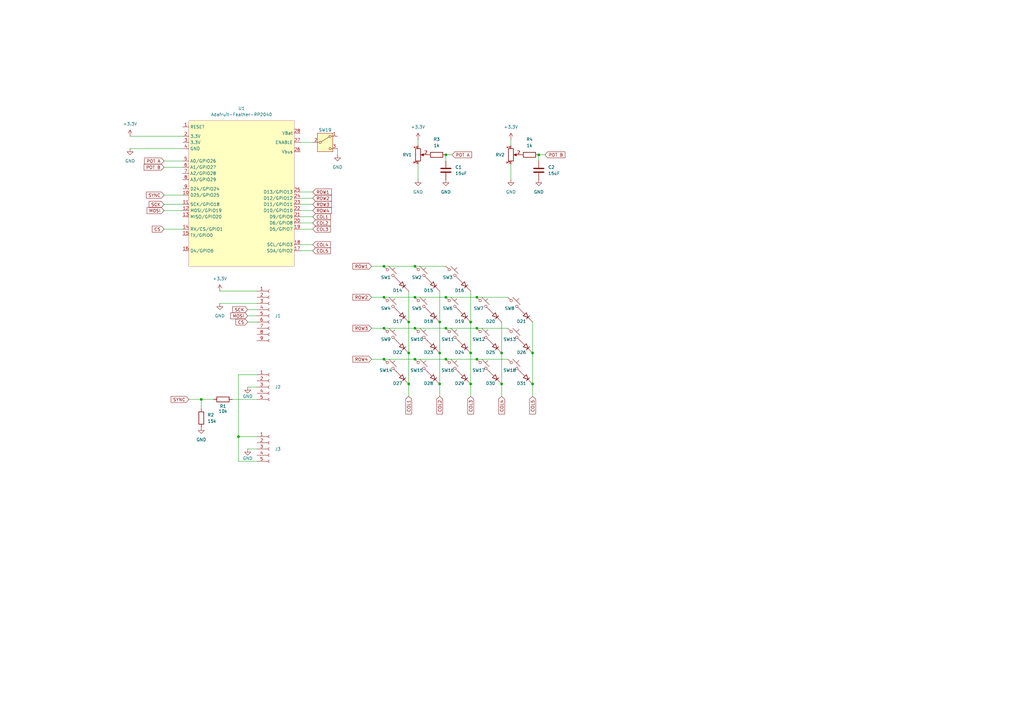
<source format=kicad_sch>
(kicad_sch (version 20250114) (generator "eeschema") (generator_version "9.0")
  (paper "A3")
  (lib_symbols
    (symbol "Adafruit:Adafruit-Feather-RP2040"
      (property "Reference" "U" (at -0.127 33.528 0))
      (property "Value" "Adafruit-Feather-RP2040" (at 0 31.75 0))
      (symbol "Adafruit-Feather-RP2040_0_1"
        (rectangle (start -21.59 30.48) (end 21.59 -29.21) (stroke (width 0.001)) (fill (type background)))
      )
      (symbol "Adafruit-Feather-RP2040_1_1"
        (pin input line (at -24.13 27.94 0) (length 2.54) (name "RESET") (number "1"))
        (pin power_out line (at -24.13 24.13 0) (length 2.54) (name "3.3V") (number "2"))
        (pin power_out line (at -24.13 21.59 0) (length 2.54) (name "3.3V") (number "3"))
        (pin power_out line (at -24.13 19.05 0) (length 2.54) (name "GND") (number "4"))
        (pin bidirectional line (at -24.13 13.97 0) (length 2.54) (name "A0/GPIO26") (number "5"))
        (pin bidirectional line (at -24.13 11.43 0) (length 2.54) (name "A1/GPIO27") (number "6"))
        (pin bidirectional line (at -24.13 8.89 0) (length 2.54) (name "A2/GPIO28") (number "7"))
        (pin bidirectional line (at -24.13 6.35 0) (length 2.54) (name "A3/GPIO29") (number "8"))
        (pin bidirectional line (at -24.13 2.54 0) (length 2.54) (name "D24/GPIO24") (number "9"))
        (pin bidirectional line (at -24.13 0 0) (length 2.54) (name "D25/GPIO25") (number "10"))
        (pin bidirectional line (at -24.13 -3.81 0) (length 2.54) (name "SCK/GPIO18") (number "11"))
        (pin bidirectional line (at -24.13 -6.35 0) (length 2.54) (name "MOSI/GPIO19") (number "12"))
        (pin bidirectional line (at -24.13 -8.89 0) (length 2.54) (name "MISO/GPIO20") (number "13"))
        (pin bidirectional line (at -24.13 -13.97 0) (length 2.54) (name "RX/CS/GPIO1") (number "14"))
        (pin bidirectional line (at -24.13 -16.51 0) (length 2.54) (name "TX/GPIO0") (number "15"))
        (pin bidirectional line (at -24.13 -22.86 0) (length 2.54) (name "D4/GPIO6") (number "16"))
        (pin input line (at 24.13 25.4 180) (length 2.54) (name "VBat") (number "28"))
        (pin input line (at 24.13 21.59 180) (length 2.54) (name "ENABLE") (number "27"))
        (pin power_out line (at 24.13 17.78 180) (length 2.54) (name "Vbus") (number "26"))
        (pin bidirectional line (at 24.13 1.27 180) (length 2.54) (name "D13/GPIO13") (number "25"))
        (pin bidirectional line (at 24.13 -1.27 180) (length 2.54) (name "D12/GPIO12") (number "24"))
        (pin bidirectional line (at 24.13 -3.81 180) (length 2.54) (name "D11/GPIO11") (number "23"))
        (pin bidirectional line (at 24.13 -6.35 180) (length 2.54) (name "D10/GPIO10") (number "22"))
        (pin bidirectional line (at 24.13 -8.89 180) (length 2.54) (name "D9/GPIO9") (number "21"))
        (pin bidirectional line (at 24.13 -11.43 180) (length 2.54) (name "D6/GPIO8") (number "20"))
        (pin bidirectional line (at 24.13 -13.97 180) (length 2.54) (name "D5/GPIO7") (number "19"))
        (pin bidirectional line (at 24.13 -20.32 180) (length 2.54) (name "SCL/GPIO3") (number "18"))
        (pin bidirectional line (at 24.13 -22.86 180) (length 2.54) (name "SDA/GPIO2") (number "17"))
      )
    )
    (symbol "Connector:Conn_01x05_Socket" (pin_names (offset 1.016) (hide yes))
      (property "Reference" "J" (at 0 7.62 0))
      (property "Value" "Conn_01x05_Socket" (at 0 -7.62 0))
      (symbol "Conn_01x05_Socket_1_1"
        (polyline (pts (xy -1.27 5.08) (xy -0.508 5.08)) (stroke (width 0.1524)))
        (polyline (pts (xy -1.27 2.54) (xy -0.508 2.54)) (stroke (width 0.1524)))
        (polyline (pts (xy -1.27 0) (xy -0.508 0)) (stroke (width 0.1524)))
        (polyline (pts (xy -1.27 -2.54) (xy -0.508 -2.54)) (stroke (width 0.1524)))
        (polyline (pts (xy -1.27 -5.08) (xy -0.508 -5.08)) (stroke (width 0.1524)))
        (arc (start 0 4.572) (mid -0.5058 5.08) (end 0 5.588) (stroke (width 0.1524)))
        (arc (start 0 2.032) (mid -0.5058 2.54) (end 0 3.048) (stroke (width 0.1524)))
        (arc (start 0 -0.508) (mid -0.5058 0) (end 0 0.508) (stroke (width 0.1524)))
        (arc (start 0 -3.048) (mid -0.5058 -2.54) (end 0 -2.032) (stroke (width 0.1524)))
        (arc (start 0 -5.588) (mid -0.5058 -5.08) (end 0 -4.572) (stroke (width 0.1524)))
        (pin passive line (at -5.08 5.08 0) (length 3.81) (name "Pin_1") (number "1"))
        (pin passive line (at -5.08 2.54 0) (length 3.81) (name "Pin_2") (number "2"))
        (pin passive line (at -5.08 0 0) (length 3.81) (name "Pin_3") (number "3"))
        (pin passive line (at -5.08 -2.54 0) (length 3.81) (name "Pin_4") (number "4"))
        (pin passive line (at -5.08 -5.08 0) (length 3.81) (name "Pin_5") (number "5"))
      )
    )
    (symbol "Connector:Conn_01x09_Socket" (pin_names (offset 1.016) (hide yes))
      (property "Reference" "J" (at 0 12.7 0))
      (property "Value" "Conn_01x09_Socket" (at 0 -12.7 0))
      (symbol "Conn_01x09_Socket_1_1"
        (polyline (pts (xy -1.27 10.16) (xy -0.508 10.16)) (stroke (width 0.1524)))
        (polyline (pts (xy -1.27 7.62) (xy -0.508 7.62)) (stroke (width 0.1524)))
        (polyline (pts (xy -1.27 5.08) (xy -0.508 5.08)) (stroke (width 0.1524)))
        (polyline (pts (xy -1.27 2.54) (xy -0.508 2.54)) (stroke (width 0.1524)))
        (polyline (pts (xy -1.27 0) (xy -0.508 0)) (stroke (width 0.1524)))
        (polyline (pts (xy -1.27 -2.54) (xy -0.508 -2.54)) (stroke (width 0.1524)))
        (polyline (pts (xy -1.27 -5.08) (xy -0.508 -5.08)) (stroke (width 0.1524)))
        (polyline (pts (xy -1.27 -7.62) (xy -0.508 -7.62)) (stroke (width 0.1524)))
        (polyline (pts (xy -1.27 -10.16) (xy -0.508 -10.16)) (stroke (width 0.1524)))
        (arc (start 0 9.652) (mid -0.5058 10.16) (end 0 10.668) (stroke (width 0.1524)))
        (arc (start 0 7.112) (mid -0.5058 7.62) (end 0 8.128) (stroke (width 0.1524)))
        (arc (start 0 4.572) (mid -0.5058 5.08) (end 0 5.588) (stroke (width 0.1524)))
        (arc (start 0 2.032) (mid -0.5058 2.54) (end 0 3.048) (stroke (width 0.1524)))
        (arc (start 0 -0.508) (mid -0.5058 0) (end 0 0.508) (stroke (width 0.1524)))
        (arc (start 0 -3.048) (mid -0.5058 -2.54) (end 0 -2.032) (stroke (width 0.1524)))
        (arc (start 0 -5.588) (mid -0.5058 -5.08) (end 0 -4.572) (stroke (width 0.1524)))
        (arc (start 0 -8.128) (mid -0.5058 -7.62) (end 0 -7.112) (stroke (width 0.1524)))
        (arc (start 0 -10.668) (mid -0.5058 -10.16) (end 0 -9.652) (stroke (width 0.1524)))
        (pin passive line (at -5.08 10.16 0) (length 3.81) (name "Pin_1") (number "1"))
        (pin passive line (at -5.08 7.62 0) (length 3.81) (name "Pin_2") (number "2"))
        (pin passive line (at -5.08 5.08 0) (length 3.81) (name "Pin_3") (number "3"))
        (pin passive line (at -5.08 2.54 0) (length 3.81) (name "Pin_4") (number "4"))
        (pin passive line (at -5.08 0 0) (length 3.81) (name "Pin_5") (number "5"))
        (pin passive line (at -5.08 -2.54 0) (length 3.81) (name "Pin_6") (number "6"))
        (pin passive line (at -5.08 -5.08 0) (length 3.81) (name "Pin_7") (number "7"))
        (pin passive line (at -5.08 -7.62 0) (length 3.81) (name "Pin_8") (number "8"))
        (pin passive line (at -5.08 -10.16 0) (length 3.81) (name "Pin_9") (number "9"))
      )
    )
    (symbol "Device:C" (pin_numbers (hide yes)) (pin_names (offset 0.254))
      (property "Reference" "C" (at 0.635 2.54 0))
      (property "Value" "C" (at 0.635 -2.54 0))
      (symbol "C_0_1"
        (polyline (pts (xy -2.032 0.762) (xy 2.032 0.762)) (stroke (width 0.508)))
        (polyline (pts (xy -2.032 -0.762) (xy 2.032 -0.762)) (stroke (width 0.508)))
      )
      (symbol "C_1_1"
        (pin passive line (at 0 3.81 270) (length 2.794) (name "~") (number "1"))
        (pin passive line (at 0 -3.81 90) (length 2.794) (name "~") (number "2"))
      )
    )
    (symbol "Device:D_45deg" (pin_numbers (hide yes)) (pin_names (offset 0) (hide yes))
      (property "Reference" "D" (at 1.27 2.54 0))
      (property "Value" "D_45deg" (at 1.27 0 0))
      (symbol "D_45deg_0_1"
        (polyline (pts (xy -1.27 0) (xy 0 1.27) (xy 0.635 -0.635) (xy -1.27 0)) (stroke (width 0.254)))
        (polyline (pts (xy -0.635 0.635) (xy -2.54 2.54)))
        (polyline (pts (xy 0 -1.27) (xy 1.27 0)) (stroke (width 0.254)))
        (polyline (pts (xy 2.54 -2.54) (xy 0.635 -0.635)))
      )
      (symbol "D_45deg_1_1"
        (pin passive line (at -2.54 2.54 0) (length 0) (name "A") (number "2"))
        (pin passive line (at 2.54 -2.54 180) (length 0) (name "K") (number "1"))
      )
    )
    (symbol "Device:R" (pin_numbers (hide yes)) (pin_names (offset 0))
      (property "Reference" "R" (at 2.032 0 90))
      (property "Value" "R" (at 0 0 90))
      (symbol "R_0_1"
        (rectangle (start -1.016 -2.54) (end 1.016 2.54) (stroke (width 0.254)))
      )
      (symbol "R_1_1"
        (pin passive line (at 0 3.81 270) (length 1.27) (name "~") (number "1"))
        (pin passive line (at 0 -3.81 90) (length 1.27) (name "~") (number "2"))
      )
    )
    (symbol "Device:R_Potentiometer" (pin_names (offset 1.016) (hide yes))
      (property "Reference" "RV" (at -4.445 0 90))
      (property "Value" "R_Potentiometer" (at -2.54 0 90))
      (symbol "R_Potentiometer_0_1"
        (rectangle (start 1.016 2.54) (end -1.016 -2.54) (stroke (width 0.254)))
        (polyline (pts (xy 1.143 0) (xy 2.286 0.508) (xy 2.286 -0.508) (xy 1.143 0)) (fill (type outline)))
        (polyline (pts (xy 2.54 0) (xy 1.524 0)))
      )
      (symbol "R_Potentiometer_1_1"
        (pin passive line (at 0 3.81 270) (length 1.27) (name "1") (number "1"))
        (pin passive line (at 0 -3.81 90) (length 1.27) (name "3") (number "3"))
        (pin passive line (at 3.81 0 180) (length 1.27) (name "2") (number "2"))
      )
    )
    (symbol "Switch:SW_Push_45deg" (pin_numbers (hide yes)) (pin_names (offset 1.016) (hide yes))
      (property "Reference" "SW" (at 3.048 1.016 0))
      (property "Value" "SW_Push_45deg" (at 0 -3.81 0))
      (symbol "SW_Push_45deg_0_1"
        (polyline (pts (xy -2.54 2.54) (xy -1.524 1.524) (xy -1.524 1.524)))
        (circle (center -1.1684 1.1684) (radius 0.508))
        (polyline (pts (xy -0.508 2.54) (xy 2.54 -0.508)))
        (polyline (pts (xy 1.016 1.016) (xy 2.032 2.032)))
        (circle (center 1.143 -1.1938) (radius 0.508))
        (polyline (pts (xy 1.524 -1.524) (xy 2.54 -2.54) (xy 2.54 -2.54) (xy 2.54 -2.54)))
        (pin passive line (at -2.54 2.54 0) (length 0) (name "1") (number "1"))
        (pin passive line (at 2.54 -2.54 180) (length 0) (name "2") (number "2"))
      )
    )
    (symbol "Switch:SW_SPDT" (pin_names (offset 0) (hide yes))
      (property "Reference" "SW" (at 0 5.08 0))
      (property "Value" "SW_SPDT" (at 0 -5.08 0))
      (symbol "SW_SPDT_0_1"
        (circle (center -2.032 0) (radius 0.4572))
        (polyline (pts (xy -1.651 0.254) (xy 1.651 2.286)))
        (circle (center 2.032 2.54) (radius 0.4572))
        (circle (center 2.032 -2.54) (radius 0.4572))
      )
      (symbol "SW_SPDT_1_1"
        (rectangle (start -3.175 3.81) (end 3.175 -3.81) (fill (type background)))
        (pin passive line (at -5.08 0 0) (length 2.54) (name "B") (number "2"))
        (pin passive line (at 5.08 2.54 180) (length 2.54) (name "A") (number "1"))
        (pin passive line (at 5.08 -2.54 180) (length 2.54) (name "C") (number "3"))
      )
    )
    (symbol "power:+3.3V" (power) (pin_numbers (hide yes)) (pin_names (offset 0) (hide yes))
      (property "Value" "+3.3V" (at 0 3.556 0))
      (symbol "+3.3V_0_1"
        (polyline (pts (xy -0.762 1.27) (xy 0 2.54)))
        (polyline (pts (xy 0 2.54) (xy 0.762 1.27)))
        (polyline (pts (xy 0 0) (xy 0 2.54)))
      )
      (symbol "+3.3V_1_1"
        (pin power_in line (at 0 0 90) (length 0) (name "~") (number "1"))
      )
    )
    (symbol "power:GND" (power) (pin_numbers (hide yes)) (pin_names (offset 0) (hide yes))
      (property "Value" "GND" (at 0 -3.81 0))
      (symbol "GND_0_1"
        (polyline (pts (xy 0 0) (xy 0 -1.27) (xy 1.27 -1.27) (xy 0 -2.54) (xy -1.27 -1.27) (xy 0 -1.27)))
      )
      (symbol "GND_1_1"
        (pin power_in line (at 0 0 270) (length 0) (name "~") (number "1"))
      )
    )
  )
  (junction (at 182.88 134.62))
  (junction (at 180.34 157.48))
  (junction (at 170.18 147.32))
  (junction (at 205.74 144.78))
  (junction (at 218.44 157.48))
  (junction (at 170.18 121.92))
  (junction (at 180.34 132.08))
  (junction (at 205.74 157.48))
  (junction (at 167.64 157.48))
  (junction (at 193.04 157.48))
  (junction (at 157.48 134.62))
  (junction (at 193.04 144.78))
  (junction (at 170.18 109.22))
  (junction (at 157.48 147.32))
  (junction (at 218.44 144.78))
  (junction (at 182.88 121.92))
  (junction (at 167.64 132.08))
  (junction (at 195.58 147.32))
  (junction (at 193.04 132.08))
  (junction (at 195.58 134.62))
  (junction (at 82.55 163.83))
  (junction (at 182.88 63.5))
  (junction (at 220.98 63.5))
  (junction (at 157.48 121.92))
  (junction (at 182.88 147.32))
  (junction (at 170.18 134.62))
  (junction (at 167.64 144.78))
  (junction (at 157.48 109.22))
  (junction (at 195.58 121.92))
  (junction (at 180.34 144.78))
  (junction (at 97.79 179.07))
  (wire (pts (xy 95.25 163.83) (xy 105.41 163.83)))
  (wire (pts (xy 53.34 55.88) (xy 74.93 55.88)))
  (wire (pts (xy 182.88 121.92) (xy 195.58 121.92)))
  (wire (pts (xy 123.19 88.9) (xy 128.27 88.9)))
  (wire (pts (xy 171.45 57.15) (xy 171.45 59.69)))
  (wire (pts (xy 90.17 119.38) (xy 105.41 119.38)))
  (wire (pts (xy 67.31 80.01) (xy 74.93 80.01)))
  (wire (pts (xy 82.55 163.83) (xy 82.55 167.64)))
  (wire (pts (xy 67.31 66.04) (xy 74.93 66.04)))
  (wire (pts (xy 123.19 102.87) (xy 128.27 102.87)))
  (wire (pts (xy 53.34 60.96) (xy 74.93 60.96)))
  (wire (pts (xy 205.74 144.78) (xy 205.74 157.48)))
  (wire (pts (xy 171.45 67.31) (xy 171.45 73.66)))
  (wire (pts (xy 152.4 134.62) (xy 157.48 134.62)))
  (wire (pts (xy 170.18 134.62) (xy 182.88 134.62)))
  (wire (pts (xy 182.88 63.5) (xy 182.88 66.04)))
  (wire (pts (xy 67.31 93.98) (xy 74.93 93.98)))
  (wire (pts (xy 182.88 134.62) (xy 195.58 134.62)))
  (wire (pts (xy 220.98 63.5) (xy 223.52 63.5)))
  (wire (pts (xy 101.6 127) (xy 105.41 127)))
  (wire (pts (xy 193.04 119.38) (xy 193.04 132.08)))
  (wire (pts (xy 205.74 132.08) (xy 205.74 144.78)))
  (wire (pts (xy 152.4 109.22) (xy 157.48 109.22)))
  (wire (pts (xy 97.79 153.67) (xy 105.41 153.67)))
  (wire (pts (xy 67.31 86.36) (xy 74.93 86.36)))
  (wire (pts (xy 182.88 63.5) (xy 185.42 63.5)))
  (wire (pts (xy 218.44 157.48) (xy 218.44 162.56)))
  (wire (pts (xy 157.48 121.92) (xy 170.18 121.92)))
  (wire (pts (xy 180.34 119.38) (xy 180.34 132.08)))
  (wire (pts (xy 193.04 132.08) (xy 193.04 144.78)))
  (wire (pts (xy 97.79 153.67) (xy 97.79 179.07)))
  (wire (pts (xy 195.58 134.62) (xy 208.28 134.62)))
  (wire (pts (xy 101.6 184.15) (xy 105.41 184.15)))
  (wire (pts (xy 180.34 157.48) (xy 180.34 162.56)))
  (wire (pts (xy 170.18 147.32) (xy 182.88 147.32)))
  (wire (pts (xy 218.44 132.08) (xy 218.44 144.78)))
  (wire (pts (xy 138.43 60.96) (xy 138.43 63.5)))
  (wire (pts (xy 123.19 81.28) (xy 128.27 81.28)))
  (wire (pts (xy 167.64 157.48) (xy 167.64 162.56)))
  (wire (pts (xy 218.44 144.78) (xy 218.44 157.48)))
  (wire (pts (xy 123.19 91.44) (xy 128.27 91.44)))
  (wire (pts (xy 182.88 147.32) (xy 195.58 147.32)))
  (wire (pts (xy 220.98 63.5) (xy 220.98 66.04)))
  (wire (pts (xy 101.6 158.75) (xy 105.41 158.75)))
  (wire (pts (xy 157.48 109.22) (xy 170.18 109.22)))
  (wire (pts (xy 82.55 163.83) (xy 87.63 163.83)))
  (wire (pts (xy 67.31 68.58) (xy 74.93 68.58)))
  (wire (pts (xy 90.17 124.46) (xy 105.41 124.46)))
  (wire (pts (xy 167.64 119.38) (xy 167.64 132.08)))
  (wire (pts (xy 209.55 57.15) (xy 209.55 59.69)))
  (wire (pts (xy 180.34 132.08) (xy 180.34 144.78)))
  (wire (pts (xy 180.34 144.78) (xy 180.34 157.48)))
  (wire (pts (xy 97.79 189.23) (xy 105.41 189.23)))
  (wire (pts (xy 123.19 83.82) (xy 128.27 83.82)))
  (wire (pts (xy 157.48 147.32) (xy 170.18 147.32)))
  (wire (pts (xy 193.04 144.78) (xy 193.04 157.48)))
  (wire (pts (xy 123.19 93.98) (xy 128.27 93.98)))
  (wire (pts (xy 170.18 109.22) (xy 182.88 109.22)))
  (wire (pts (xy 170.18 121.92) (xy 182.88 121.92)))
  (wire (pts (xy 195.58 147.32) (xy 208.28 147.32)))
  (wire (pts (xy 123.19 100.33) (xy 128.27 100.33)))
  (wire (pts (xy 152.4 147.32) (xy 157.48 147.32)))
  (wire (pts (xy 167.64 132.08) (xy 167.64 144.78)))
  (wire (pts (xy 123.19 78.74) (xy 128.27 78.74)))
  (wire (pts (xy 97.79 179.07) (xy 105.41 179.07)))
  (wire (pts (xy 123.19 86.36) (xy 128.27 86.36)))
  (wire (pts (xy 97.79 179.07) (xy 97.79 189.23)))
  (wire (pts (xy 152.4 121.92) (xy 157.48 121.92)))
  (wire (pts (xy 195.58 121.92) (xy 208.28 121.92)))
  (wire (pts (xy 157.48 134.62) (xy 170.18 134.62)))
  (wire (pts (xy 101.6 132.08) (xy 105.41 132.08)))
  (wire (pts (xy 205.74 157.48) (xy 205.74 162.56)))
  (wire (pts (xy 123.19 58.42) (xy 128.27 58.42)))
  (wire (pts (xy 77.47 163.83) (xy 82.55 163.83)))
  (wire (pts (xy 167.64 144.78) (xy 167.64 157.48)))
  (wire (pts (xy 193.04 157.48) (xy 193.04 162.56)))
  (wire (pts (xy 101.6 129.54) (xy 105.41 129.54)))
  (wire (pts (xy 67.31 83.82) (xy 74.93 83.82)))
  (wire (pts (xy 209.55 67.31) (xy 209.55 73.66)))
  (global_label "MOSI" (shape input) (at 67.31 86.36 180) (property "Intersheetrefs" "${INTERSHEET_REFS}" (effects (hide yes))))
  (global_label "ROW2" (shape input) (at 128.27 81.28 0) (property "Intersheetrefs" "${INTERSHEET_REFS}" (effects (hide yes))))
  (global_label "ROW3" (shape input) (at 152.4 134.62 180) (property "Intersheetrefs" "${INTERSHEET_REFS}" (effects (hide yes))))
  (global_label "COL2" (shape input) (at 128.27 91.44 0) (property "Intersheetrefs" "${INTERSHEET_REFS}" (effects (hide yes))))
  (global_label "COL5" (shape input) (at 128.27 102.87 0) (property "Intersheetrefs" "${INTERSHEET_REFS}" (effects (hide yes))))
  (global_label "ROW4" (shape input) (at 152.4 147.32 180) (property "Intersheetrefs" "${INTERSHEET_REFS}" (effects (hide yes))))
  (global_label "COL4" (shape input) (at 205.74 162.56 270) (property "Intersheetrefs" "${INTERSHEET_REFS}" (effects (hide yes))))
  (global_label "POT A" (shape input) (at 185.42 63.5 0) (property "Intersheetrefs" "${INTERSHEET_REFS}" (effects (hide yes))))
  (global_label "CS" (shape input) (at 101.6 132.08 180) (property "Intersheetrefs" "${INTERSHEET_REFS}" (effects (hide yes))))
  (global_label "COL4" (shape input) (at 128.27 100.33 0) (property "Intersheetrefs" "${INTERSHEET_REFS}" (effects (hide yes))))
  (global_label "SCK" (shape input) (at 101.6 127 180) (property "Intersheetrefs" "${INTERSHEET_REFS}" (effects (hide yes))))
  (global_label "POT B" (shape input) (at 223.52 63.5 0) (property "Intersheetrefs" "${INTERSHEET_REFS}" (effects (hide yes))))
  (global_label "ROW2" (shape input) (at 152.4 121.92 180) (property "Intersheetrefs" "${INTERSHEET_REFS}" (effects (hide yes))))
  (global_label "POT B" (shape input) (at 67.31 68.58 180) (property "Intersheetrefs" "${INTERSHEET_REFS}" (effects (hide yes))))
  (global_label "MOSI" (shape input) (at 101.6 129.54 180) (property "Intersheetrefs" "${INTERSHEET_REFS}" (effects (hide yes))))
  (global_label "COL5" (shape input) (at 218.44 162.56 270) (property "Intersheetrefs" "${INTERSHEET_REFS}" (effects (hide yes))))
  (global_label "ROW1" (shape input) (at 128.27 78.74 0) (property "Intersheetrefs" "${INTERSHEET_REFS}" (effects (hide yes))))
  (global_label "COL3" (shape input) (at 128.27 93.98 0) (property "Intersheetrefs" "${INTERSHEET_REFS}" (effects (hide yes))))
  (global_label "SYNC" (shape input) (at 67.31 80.01 180) (property "Intersheetrefs" "${INTERSHEET_REFS}" (effects (hide yes))))
  (global_label "COL1" (shape input) (at 167.64 162.56 270) (property "Intersheetrefs" "${INTERSHEET_REFS}" (effects (hide yes))))
  (global_label "POT A" (shape input) (at 67.31 66.04 180) (property "Intersheetrefs" "${INTERSHEET_REFS}" (effects (hide yes))))
  (global_label "COL3" (shape input) (at 193.04 162.56 270) (property "Intersheetrefs" "${INTERSHEET_REFS}" (effects (hide yes))))
  (global_label "ROW3" (shape input) (at 128.27 83.82 0) (property "Intersheetrefs" "${INTERSHEET_REFS}" (effects (hide yes))))
  (global_label "SCK" (shape input) (at 67.31 83.82 180) (property "Intersheetrefs" "${INTERSHEET_REFS}" (effects (hide yes))))
  (global_label "COL1" (shape input) (at 128.27 88.9 0) (property "Intersheetrefs" "${INTERSHEET_REFS}" (effects (hide yes))))
  (global_label "COL2" (shape input) (at 180.34 162.56 270) (property "Intersheetrefs" "${INTERSHEET_REFS}" (effects (hide yes))))
  (global_label "SYNC" (shape input) (at 77.47 163.83 180) (property "Intersheetrefs" "${INTERSHEET_REFS}" (effects (hide yes))))
  (global_label "ROW1" (shape input) (at 152.4 109.22 180) (property "Intersheetrefs" "${INTERSHEET_REFS}" (effects (hide yes))))
  (global_label "CS" (shape input) (at 67.31 93.98 180) (property "Intersheetrefs" "${INTERSHEET_REFS}" (effects (hide yes))))
  (global_label "ROW4" (shape input) (at 128.27 86.36 0) (property "Intersheetrefs" "${INTERSHEET_REFS}" (effects (hide yes))))
  (symbol (lib_id "Device:D_45deg") (at 190.5 129.54 0) (unit 1)
    (property "Reference" "D19" (at 188.468 131.826 0))
    (property "Value" "D_45deg" (effects (hide yes)))
    (property "Footprint" "Diode_SMD:D_SOD-123" (effects (hide yes)))
    (property "Description" "Diode, rotated by 45°" (effects (hide yes)))
    (property "Sim.Device" "D" (effects (hide yes)))
    (property "Sim.Pins" "1=K 2=A" (effects (hide yes)))
  )
  (symbol (lib_id "power:GND") (at 82.55 175.26 0) (unit 1)
    (property "Reference" "#PWR012" (effects (hide yes)))
    (property "Value" "GND" (at 82.55 180.34 0))
    (property "Description" "Power symbol creates a global label with name \"GND\" , ground" (effects (hide yes)))
  )
  (symbol (lib_id "Connector:Conn_01x09_Socket") (at 110.49 129.54 0) (unit 1)
    (property "Reference" "J1" (at 112.776 129.54 0) (effects (justify left)))
    (property "Value" "Conn_01x05_Socket" (effects (hide yes)))
    (property "Footprint" "Connector_PinHeader_2.54mm:PinHeader_1x09_P2.54mm_Vertical" (effects (hide yes)))
    (property "Description" "Generic connector, single row, 01x09, script generated" (effects (hide yes)))
  )
  (symbol (lib_id "Switch:SW_Push_45deg") (at 172.72 137.16 0) (unit 1)
    (property "Reference" "SW10" (at 170.942 139.192 0))
    (property "Value" "SW_Push_45deg" (effects (hide yes)))
    (property "Footprint" "Ramona Library:TL3301 6mm tactile switch" (effects (hide yes)))
    (property "Description" "Push button switch, normally open, two pins, 45° tilted" (effects (hide yes)))
  )
  (symbol (lib_id "power:GND") (at 182.88 73.66 0) (unit 1)
    (property "Reference" "#PWR016" (effects (hide yes)))
    (property "Value" "GND" (at 182.88 78.74 0))
    (property "Description" "Power symbol creates a global label with name \"GND\" , ground" (effects (hide yes)))
  )
  (symbol (lib_id "power:GND") (at 171.45 73.66 0) (unit 1)
    (property "Reference" "#PWR015" (effects (hide yes)))
    (property "Value" "GND" (at 171.45 78.74 0))
    (property "Description" "Power symbol creates a global label with name \"GND\" , ground" (effects (hide yes)))
  )
  (symbol (lib_id "Switch:SW_Push_45deg") (at 198.12 124.46 0) (unit 1)
    (property "Reference" "SW7" (at 196.342 126.492 0))
    (property "Value" "SW_Push_45deg" (effects (hide yes)))
    (property "Footprint" "Ramona Library:TL3301 6mm tactile switch" (effects (hide yes)))
    (property "Description" "Push button switch, normally open, two pins, 45° tilted" (effects (hide yes)))
  )
  (symbol (lib_id "Switch:SW_Push_45deg") (at 185.42 137.16 0) (unit 1)
    (property "Reference" "SW11" (at 183.642 139.192 0))
    (property "Value" "SW_Push_45deg" (effects (hide yes)))
    (property "Footprint" "Ramona Library:TL3301 6mm tactile switch" (effects (hide yes)))
    (property "Description" "Push button switch, normally open, two pins, 45° tilted" (effects (hide yes)))
  )
  (symbol (lib_id "power:GND") (at 101.6 184.15 0) (unit 1)
    (property "Reference" "#PWR014" (effects (hide yes)))
    (property "Value" "GND" (at 101.6 187.96 0))
    (property "Description" "Power symbol creates a global label with name \"GND\" , ground" (effects (hide yes)))
  )
  (symbol (lib_id "power:GND") (at 53.34 60.96 0) (unit 1)
    (property "Reference" "#PWR02" (effects (hide yes)))
    (property "Value" "GND" (at 53.34 66.04 0))
    (property "Description" "Power symbol creates a global label with name \"GND\" , ground" (effects (hide yes)))
  )
  (symbol (lib_id "Switch:SW_Push_45deg") (at 210.82 137.16 0) (unit 1)
    (property "Reference" "SW13" (at 209.042 139.192 0))
    (property "Value" "SW_Push_45deg" (effects (hide yes)))
    (property "Footprint" "Ramona Library:TL3301 6mm tactile switch" (effects (hide yes)))
    (property "Description" "Push button switch, normally open, two pins, 45° tilted" (effects (hide yes)))
  )
  (symbol (lib_id "Switch:SW_Push_45deg") (at 160.02 137.16 0) (unit 1)
    (property "Reference" "SW9" (at 158.242 139.192 0))
    (property "Value" "SW_Push_45deg" (effects (hide yes)))
    (property "Footprint" "Ramona Library:TL3301 6mm tactile switch" (effects (hide yes)))
    (property "Description" "Push button switch, normally open, two pins, 45° tilted" (effects (hide yes)))
  )
  (symbol (lib_id "power:GND") (at 220.98 73.66 0) (unit 1)
    (property "Reference" "#PWR019" (effects (hide yes)))
    (property "Value" "GND" (at 220.98 78.74 0))
    (property "Description" "Power symbol creates a global label with name \"GND\" , ground" (effects (hide yes)))
  )
  (symbol (lib_id "power:+3.3V") (at 171.45 57.15 0) (unit 1)
    (property "Reference" "#PWR010" (effects (hide yes)))
    (property "Value" "+3.3V" (at 171.45 52.07 0))
    (property "Description" "Power symbol creates a global label with name \"+3.3V\"" (effects (hide yes)))
  )
  (symbol (lib_id "Device:D_45deg") (at 203.2 129.54 0) (unit 1)
    (property "Reference" "D20" (at 201.168 131.826 0))
    (property "Value" "D_45deg" (effects (hide yes)))
    (property "Footprint" "Diode_SMD:D_SOD-123" (effects (hide yes)))
    (property "Description" "Diode, rotated by 45°" (effects (hide yes)))
    (property "Sim.Device" "D" (effects (hide yes)))
    (property "Sim.Pins" "1=K 2=A" (effects (hide yes)))
  )
  (symbol (lib_id "Switch:SW_Push_45deg") (at 172.72 111.76 0) (unit 1)
    (property "Reference" "SW2" (at 170.942 113.792 0))
    (property "Value" "SW_Push_45deg" (effects (hide yes)))
    (property "Footprint" "Ramona Library:TL3301 6mm tactile switch" (effects (hide yes)))
    (property "Description" "Push button switch, normally open, two pins, 45° tilted" (effects (hide yes)))
  )
  (symbol (lib_id "power:GND") (at 209.55 73.66 0) (unit 1)
    (property "Reference" "#PWR018" (effects (hide yes)))
    (property "Value" "GND" (at 209.55 78.74 0))
    (property "Description" "Power symbol creates a global label with name \"GND\" , ground" (effects (hide yes)))
  )
  (symbol (lib_id "Device:R_Potentiometer") (at 209.55 63.5 0) (unit 1)
    (property "Reference" "RV2" (at 207.01 63.5 0) (effects (justify right)))
    (property "Value" "R_Potentiometer" (effects (hide yes)))
    (property "Footprint" "Ramona Library:Adafruit Potentiometer" (effects (hide yes)))
    (property "Description" "Potentiometer" (effects (hide yes)))
  )
  (symbol (lib_id "power:+3.3V") (at 90.17 119.38 0) (unit 1)
    (property "Reference" "#PWR09" (effects (hide yes)))
    (property "Value" "+3.3V" (at 90.17 114.3 0))
    (property "Description" "Power symbol creates a global label with name \"+3.3V\"" (effects (hide yes)))
  )
  (symbol (lib_id "Adafruit:Adafruit-Feather-RP2040") (at 99.06 80.01 0) (unit 1)
    (property "Reference" "U1" (at 99.06 44.45 0))
    (property "Value" "Adafruit-Feather-RP2040" (at 99.06 46.99 0))
    (property "Footprint" "Module:Adafruit_Feather" (effects (hide yes)))
  )
  (symbol (lib_id "power:+3.3V") (at 209.55 57.15 0) (unit 1)
    (property "Reference" "#PWR017" (effects (hide yes)))
    (property "Value" "+3.3V" (at 209.55 52.07 0))
    (property "Description" "Power symbol creates a global label with name \"+3.3V\"" (effects (hide yes)))
  )
  (symbol (lib_id "Switch:SW_Push_45deg") (at 185.42 149.86 0) (unit 1)
    (property "Reference" "SW16" (at 183.642 151.892 0))
    (property "Value" "SW_Push_45deg" (effects (hide yes)))
    (property "Footprint" "Ramona Library:TL3301 6mm tactile switch" (effects (hide yes)))
    (property "Description" "Push button switch, normally open, two pins, 45° tilted" (effects (hide yes)))
  )
  (symbol (lib_id "Switch:SW_Push_45deg") (at 210.82 149.86 0) (unit 1)
    (property "Reference" "SW18" (at 209.042 151.892 0))
    (property "Value" "SW_Push_45deg" (effects (hide yes)))
    (property "Footprint" "Ramona Library:TL3301 6mm tactile switch" (effects (hide yes)))
    (property "Description" "Push button switch, normally open, two pins, 45° tilted" (effects (hide yes)))
  )
  (symbol (lib_id "Device:D_45deg") (at 177.8 129.54 0) (unit 1)
    (property "Reference" "D18" (at 175.768 131.826 0))
    (property "Value" "D_45deg" (effects (hide yes)))
    (property "Footprint" "Diode_SMD:D_SOD-123" (effects (hide yes)))
    (property "Description" "Diode, rotated by 45°" (effects (hide yes)))
    (property "Sim.Device" "D" (effects (hide yes)))
    (property "Sim.Pins" "1=K 2=A" (effects (hide yes)))
  )
  (symbol (lib_id "Connector:Conn_01x05_Socket") (at 110.49 158.75 0) (unit 1)
    (property "Reference" "J2" (at 112.776 158.75 0) (effects (justify left)))
    (property "Value" "Conn_01x05_Socket" (effects (hide yes)))
    (property "Footprint" "Ramona Library:5 pin headphone jack" (effects (hide yes)))
    (property "Description" "Generic connector, single row, 01x05, script generated" (effects (hide yes)))
  )
  (symbol (lib_id "Device:D_45deg") (at 190.5 154.94 0) (unit 1)
    (property "Reference" "D29" (at 188.468 157.226 0))
    (property "Value" "D_45deg" (effects (hide yes)))
    (property "Footprint" "Diode_SMD:D_SOD-123" (effects (hide yes)))
    (property "Description" "Diode, rotated by 45°" (effects (hide yes)))
    (property "Sim.Device" "D" (effects (hide yes)))
    (property "Sim.Pins" "1=K 2=A" (effects (hide yes)))
  )
  (symbol (lib_id "Switch:SW_Push_45deg") (at 185.42 111.76 0) (unit 1)
    (property "Reference" "SW3" (at 183.642 113.792 0))
    (property "Value" "SW_Push_45deg" (effects (hide yes)))
    (property "Footprint" "Ramona Library:TL3301 6mm tactile switch" (effects (hide yes)))
    (property "Description" "Push button switch, normally open, two pins, 45° tilted" (effects (hide yes)))
  )
  (symbol (lib_id "Device:D_45deg") (at 215.9 142.24 0) (unit 1)
    (property "Reference" "D26" (at 213.868 144.526 0))
    (property "Value" "D_45deg" (effects (hide yes)))
    (property "Footprint" "Diode_SMD:D_SOD-123" (effects (hide yes)))
    (property "Description" "Diode, rotated by 45°" (effects (hide yes)))
    (property "Sim.Device" "D" (effects (hide yes)))
    (property "Sim.Pins" "1=K 2=A" (effects (hide yes)))
  )
  (symbol (lib_id "Switch:SW_Push_45deg") (at 160.02 124.46 0) (unit 1)
    (property "Reference" "SW4" (at 158.242 126.492 0))
    (property "Value" "SW_Push_45deg" (effects (hide yes)))
    (property "Footprint" "Ramona Library:TL3301 6mm tactile switch" (effects (hide yes)))
    (property "Description" "Push button switch, normally open, two pins, 45° tilted" (effects (hide yes)))
  )
  (symbol (lib_id "Device:R") (at 217.17 63.5 90) (unit 1)
    (property "Reference" "R4" (at 217.17 57.15 90))
    (property "Value" "1k" (at 217.17 59.69 90))
    (property "Footprint" "Resistor_SMD:R_0402_1005Metric" (effects (hide yes)))
    (property "Description" "Resistor" (effects (hide yes)))
  )
  (symbol (lib_id "Connector:Conn_01x05_Socket") (at 110.49 184.15 0) (unit 1)
    (property "Reference" "J3" (at 112.776 184.15 0) (effects (justify left)))
    (property "Value" "Conn_01x05_Socket" (effects (hide yes)))
    (property "Footprint" "Ramona Library:5 pin headphone jack" (effects (hide yes)))
    (property "Description" "Generic connector, single row, 01x05, script generated" (effects (hide yes)))
  )
  (symbol (lib_id "Device:D_45deg") (at 203.2 154.94 0) (unit 1)
    (property "Reference" "D30" (at 201.168 157.226 0))
    (property "Value" "D_45deg" (effects (hide yes)))
    (property "Footprint" "Diode_SMD:D_SOD-123" (effects (hide yes)))
    (property "Description" "Diode, rotated by 45°" (effects (hide yes)))
    (property "Sim.Device" "D" (effects (hide yes)))
    (property "Sim.Pins" "1=K 2=A" (effects (hide yes)))
  )
  (symbol (lib_id "Device:R") (at 82.55 171.45 180) (unit 1)
    (property "Reference" "R2" (at 85.09 170.1799 0) (effects (justify right)))
    (property "Value" "15k" (at 85.09 172.7199 0) (effects (justify right)))
    (property "Footprint" "Resistor_SMD:R_0402_1005Metric" (effects (hide yes)))
    (property "Description" "Resistor" (effects (hide yes)))
  )
  (symbol (lib_id "Switch:SW_Push_45deg") (at 185.42 124.46 0) (unit 1)
    (property "Reference" "SW6" (at 183.642 126.492 0))
    (property "Value" "SW_Push_45deg" (effects (hide yes)))
    (property "Footprint" "Ramona Library:TL3301 6mm tactile switch" (effects (hide yes)))
    (property "Description" "Push button switch, normally open, two pins, 45° tilted" (effects (hide yes)))
  )
  (symbol (lib_id "Switch:SW_Push_45deg") (at 172.72 124.46 0) (unit 1)
    (property "Reference" "SW5" (at 170.942 126.492 0))
    (property "Value" "SW_Push_45deg" (effects (hide yes)))
    (property "Footprint" "Ramona Library:TL3301 6mm tactile switch" (effects (hide yes)))
    (property "Description" "Push button switch, normally open, two pins, 45° tilted" (effects (hide yes)))
  )
  (symbol (lib_id "Device:D_45deg") (at 177.8 116.84 0) (unit 1)
    (property "Reference" "D15" (at 175.768 119.126 0))
    (property "Value" "D_45deg" (effects (hide yes)))
    (property "Footprint" "Diode_SMD:D_SOD-123" (effects (hide yes)))
    (property "Description" "Diode, rotated by 45°" (effects (hide yes)))
    (property "Sim.Device" "D" (effects (hide yes)))
    (property "Sim.Pins" "1=K 2=A" (effects (hide yes)))
  )
  (symbol (lib_id "Device:R") (at 179.07 63.5 90) (unit 1)
    (property "Reference" "R3" (at 179.07 57.15 90))
    (property "Value" "1k" (at 179.07 59.69 90))
    (property "Footprint" "Resistor_SMD:R_0402_1005Metric" (effects (hide yes)))
    (property "Description" "Resistor" (effects (hide yes)))
  )
  (symbol (lib_id "Device:D_45deg") (at 165.1 116.84 0) (unit 1)
    (property "Reference" "D14" (at 163.068 119.126 0))
    (property "Value" "D_45deg" (effects (hide yes)))
    (property "Footprint" "Diode_SMD:D_SOD-123" (effects (hide yes)))
    (property "Description" "Diode, rotated by 45°" (effects (hide yes)))
    (property "Sim.Device" "D" (effects (hide yes)))
    (property "Sim.Pins" "1=K 2=A" (effects (hide yes)))
  )
  (symbol (lib_id "Device:D_45deg") (at 165.1 129.54 0) (unit 1)
    (property "Reference" "D17" (at 163.068 131.826 0))
    (property "Value" "D_45deg" (effects (hide yes)))
    (property "Footprint" "Diode_SMD:D_SOD-123" (effects (hide yes)))
    (property "Description" "Diode, rotated by 45°" (effects (hide yes)))
    (property "Sim.Device" "D" (effects (hide yes)))
    (property "Sim.Pins" "1=K 2=A" (effects (hide yes)))
  )
  (symbol (lib_id "Device:D_45deg") (at 177.8 154.94 0) (unit 1)
    (property "Reference" "D28" (at 175.768 157.226 0))
    (property "Value" "D_45deg" (effects (hide yes)))
    (property "Footprint" "Diode_SMD:D_SOD-123" (effects (hide yes)))
    (property "Description" "Diode, rotated by 45°" (effects (hide yes)))
    (property "Sim.Device" "D" (effects (hide yes)))
    (property "Sim.Pins" "1=K 2=A" (effects (hide yes)))
  )
  (symbol (lib_id "power:+3.3V") (at 53.34 55.88 0) (unit 1)
    (property "Reference" "#PWR07" (effects (hide yes)))
    (property "Value" "+3.3V" (at 53.34 50.8 0))
    (property "Description" "Power symbol creates a global label with name \"+3.3V\"" (effects (hide yes)))
  )
  (symbol (lib_id "Switch:SW_Push_45deg") (at 160.02 149.86 0) (unit 1)
    (property "Reference" "SW14" (at 158.242 151.892 0))
    (property "Value" "SW_Push_45deg" (effects (hide yes)))
    (property "Footprint" "Ramona Library:TL3301 6mm tactile switch" (effects (hide yes)))
    (property "Description" "Push button switch, normally open, two pins, 45° tilted" (effects (hide yes)))
  )
  (symbol (lib_id "Device:D_45deg") (at 190.5 116.84 0) (unit 1)
    (property "Reference" "D16" (at 188.468 119.126 0))
    (property "Value" "D_45deg" (effects (hide yes)))
    (property "Footprint" "Diode_SMD:D_SOD-123" (effects (hide yes)))
    (property "Description" "Diode, rotated by 45°" (effects (hide yes)))
    (property "Sim.Device" "D" (effects (hide yes)))
    (property "Sim.Pins" "1=K 2=A" (effects (hide yes)))
  )
  (symbol (lib_id "Device:C") (at 182.88 69.85 0) (unit 1)
    (property "Reference" "C1" (at 186.69 68.5799 0) (effects (justify left)))
    (property "Value" "15uF" (at 186.69 71.1199 0) (effects (justify left)))
    (property "Footprint" "Capacitor_SMD:C_0402_1005Metric" (effects (hide yes)))
    (property "Description" "Unpolarized capacitor" (effects (hide yes)))
  )
  (symbol (lib_id "power:GND") (at 90.17 124.46 0) (unit 1)
    (property "Reference" "#PWR08" (effects (hide yes)))
    (property "Value" "GND" (at 90.17 129.54 0))
    (property "Description" "Power symbol creates a global label with name \"GND\" , ground" (effects (hide yes)))
  )
  (symbol (lib_id "Device:D_45deg") (at 215.9 129.54 0) (unit 1)
    (property "Reference" "D21" (at 213.868 131.826 0))
    (property "Value" "D_45deg" (effects (hide yes)))
    (property "Footprint" "Diode_SMD:D_SOD-123" (effects (hide yes)))
    (property "Description" "Diode, rotated by 45°" (effects (hide yes)))
    (property "Sim.Device" "D" (effects (hide yes)))
    (property "Sim.Pins" "1=K 2=A" (effects (hide yes)))
  )
  (symbol (lib_id "Switch:SW_SPDT") (at 133.35 58.42 0) (unit 1)
    (property "Reference" "SW19" (at 133.35 53.34 0))
    (property "Value" "SW_SPST" (effects (hide yes)))
    (property "Footprint" "Ramona Library:Right Angle Slide Switch" (effects (hide yes)))
    (property "Description" "Switch, single pole double throw" (effects (hide yes)))
  )
  (symbol (lib_id "power:GND") (at 138.43 63.5 0) (unit 1)
    (property "Reference" "#PWR011" (effects (hide yes)))
    (property "Value" "GND" (at 138.43 68.58 0))
    (property "Description" "Power symbol creates a global label with name \"GND\" , ground" (effects (hide yes)))
  )
  (symbol (lib_id "Switch:SW_Push_45deg") (at 198.12 149.86 0) (unit 1)
    (property "Reference" "SW17" (at 196.342 151.892 0))
    (property "Value" "SW_Push_45deg" (effects (hide yes)))
    (property "Footprint" "Ramona Library:TL3301 6mm tactile switch" (effects (hide yes)))
    (property "Description" "Push button switch, normally open, two pins, 45° tilted" (effects (hide yes)))
  )
  (symbol (lib_id "Switch:SW_Push_45deg") (at 210.82 124.46 0) (unit 1)
    (property "Reference" "SW8" (at 209.042 126.492 0))
    (property "Value" "SW_Push_45deg" (effects (hide yes)))
    (property "Footprint" "Ramona Library:TL3301 6mm tactile switch" (effects (hide yes)))
    (property "Description" "Push button switch, normally open, two pins, 45° tilted" (effects (hide yes)))
  )
  (symbol (lib_id "power:GND") (at 101.6 158.75 0) (unit 1)
    (property "Reference" "#PWR013" (effects (hide yes)))
    (property "Value" "GND" (at 101.6 162.56 0))
    (property "Description" "Power symbol creates a global label with name \"GND\" , ground" (effects (hide yes)))
  )
  (symbol (lib_id "Device:D_45deg") (at 165.1 154.94 0) (unit 1)
    (property "Reference" "D27" (at 163.068 157.226 0))
    (property "Value" "D_45deg" (effects (hide yes)))
    (property "Footprint" "Diode_SMD:D_SOD-123" (effects (hide yes)))
    (property "Description" "Diode, rotated by 45°" (effects (hide yes)))
    (property "Sim.Device" "D" (effects (hide yes)))
    (property "Sim.Pins" "1=K 2=A" (effects (hide yes)))
  )
  (symbol (lib_id "Device:D_45deg") (at 177.8 142.24 0) (unit 1)
    (property "Reference" "D23" (at 175.768 144.526 0))
    (property "Value" "D_45deg" (effects (hide yes)))
    (property "Footprint" "Diode_SMD:D_SOD-123" (effects (hide yes)))
    (property "Description" "Diode, rotated by 45°" (effects (hide yes)))
    (property "Sim.Device" "D" (effects (hide yes)))
    (property "Sim.Pins" "1=K 2=A" (effects (hide yes)))
  )
  (symbol (lib_id "Device:D_45deg") (at 215.9 154.94 0) (unit 1)
    (property "Reference" "D31" (at 213.868 157.226 0))
    (property "Value" "D_45deg" (effects (hide yes)))
    (property "Footprint" "Diode_SMD:D_SOD-123" (effects (hide yes)))
    (property "Description" "Diode, rotated by 45°" (effects (hide yes)))
    (property "Sim.Device" "D" (effects (hide yes)))
    (property "Sim.Pins" "1=K 2=A" (effects (hide yes)))
  )
  (symbol (lib_id "Device:R_Potentiometer") (at 171.45 63.5 0) (unit 1)
    (property "Reference" "RV1" (at 168.91 63.5 0) (effects (justify right)))
    (property "Value" "R_Potentiometer" (effects (hide yes)))
    (property "Footprint" "Ramona Library:Adafruit Potentiometer" (effects (hide yes)))
    (property "Description" "Potentiometer" (effects (hide yes)))
  )
  (symbol (lib_id "Device:D_45deg") (at 165.1 142.24 0) (unit 1)
    (property "Reference" "D22" (at 163.068 144.526 0))
    (property "Value" "D_45deg" (effects (hide yes)))
    (property "Footprint" "Diode_SMD:D_SOD-123" (effects (hide yes)))
    (property "Description" "Diode, rotated by 45°" (effects (hide yes)))
    (property "Sim.Device" "D" (effects (hide yes)))
    (property "Sim.Pins" "1=K 2=A" (effects (hide yes)))
  )
  (symbol (lib_id "Switch:SW_Push_45deg") (at 198.12 137.16 0) (unit 1)
    (property "Reference" "SW12" (at 196.342 139.192 0))
    (property "Value" "SW_Push_45deg" (effects (hide yes)))
    (property "Footprint" "Ramona Library:TL3301 6mm tactile switch" (effects (hide yes)))
    (property "Description" "Push button switch, normally open, two pins, 45° tilted" (effects (hide yes)))
  )
  (symbol (lib_id "Device:D_45deg") (at 203.2 142.24 0) (unit 1)
    (property "Reference" "D25" (at 201.168 144.526 0))
    (property "Value" "D_45deg" (effects (hide yes)))
    (property "Footprint" "Diode_SMD:D_SOD-123" (effects (hide yes)))
    (property "Description" "Diode, rotated by 45°" (effects (hide yes)))
    (property "Sim.Device" "D" (effects (hide yes)))
    (property "Sim.Pins" "1=K 2=A" (effects (hide yes)))
  )
  (symbol (lib_id "Switch:SW_Push_45deg") (at 172.72 149.86 0) (unit 1)
    (property "Reference" "SW15" (at 170.942 151.892 0))
    (property "Value" "SW_Push_45deg" (effects (hide yes)))
    (property "Footprint" "Ramona Library:TL3301 6mm tactile switch" (effects (hide yes)))
    (property "Description" "Push button switch, normally open, two pins, 45° tilted" (effects (hide yes)))
  )
  (symbol (lib_id "Device:C") (at 220.98 69.85 0) (unit 1)
    (property "Reference" "C2" (at 224.79 68.5799 0) (effects (justify left)))
    (property "Value" "15uF" (at 224.79 71.1199 0) (effects (justify left)))
    (property "Footprint" "Capacitor_SMD:C_0402_1005Metric" (effects (hide yes)))
    (property "Description" "Unpolarized capacitor" (effects (hide yes)))
  )
  (symbol (lib_id "Device:D_45deg") (at 190.5 142.24 0) (unit 1)
    (property "Reference" "D24" (at 188.468 144.526 0))
    (property "Value" "D_45deg" (effects (hide yes)))
    (property "Footprint" "Diode_SMD:D_SOD-123" (effects (hide yes)))
    (property "Description" "Diode, rotated by 45°" (effects (hide yes)))
    (property "Sim.Device" "D" (effects (hide yes)))
    (property "Sim.Pins" "1=K 2=A" (effects (hide yes)))
  )
  (symbol (lib_id "Switch:SW_Push_45deg") (at 160.02 111.76 0) (unit 1)
    (property "Reference" "SW1" (at 158.242 113.792 0))
    (property "Value" "SW_Push_45deg" (effects (hide yes)))
    (property "Footprint" "Ramona Library:TL3301 6mm tactile switch" (effects (hide yes)))
    (property "Description" "Push button switch, normally open, two pins, 45° tilted" (effects (hide yes)))
  )
  (symbol (lib_id "Device:R") (at 91.44 163.83 90) (unit 1)
    (property "Reference" "R1" (at 91.44 166.624 90))
    (property "Value" "10k" (at 91.44 168.656 90))
    (property "Footprint" "Resistor_SMD:R_0402_1005Metric" (effects (hide yes)))
    (property "Description" "Resistor" (effects (hide yes)))
  )
)
</source>
